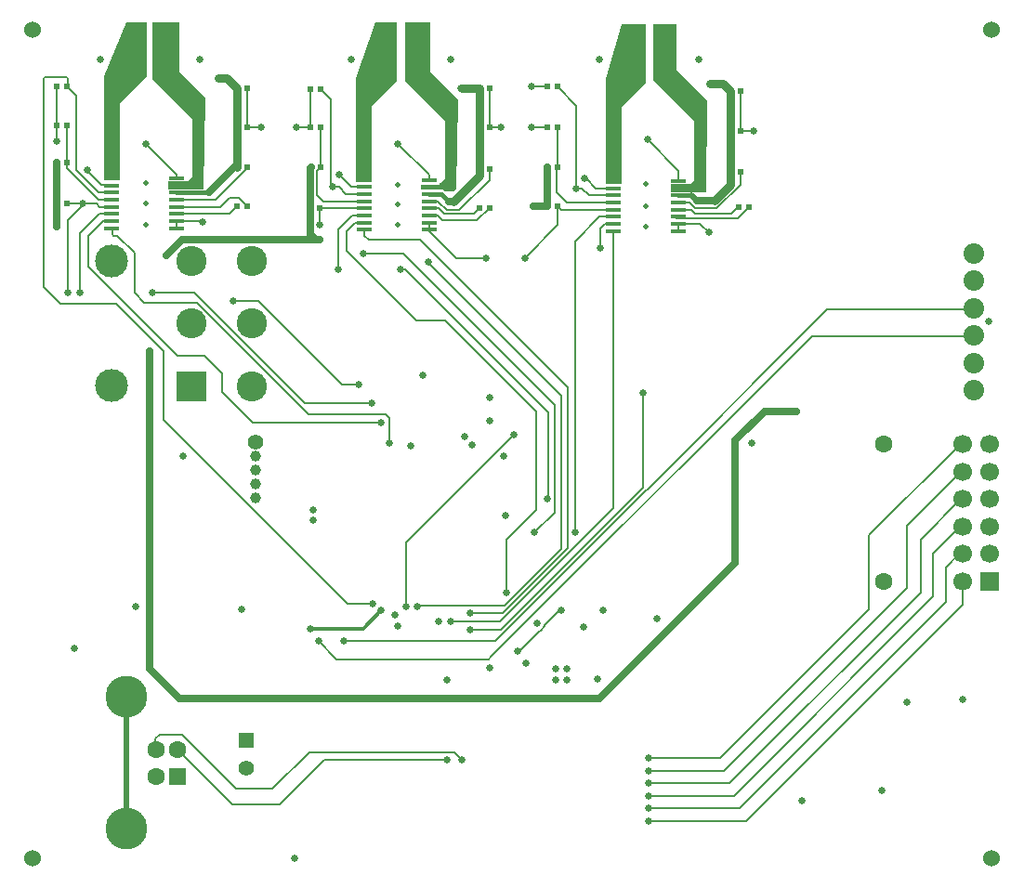
<source format=gbl>
G04*
G04 #@! TF.GenerationSoftware,Altium Limited,Altium Designer,18.1.7 (191)*
G04*
G04 Layer_Physical_Order=4*
G04 Layer_Color=16711680*
%FSLAX25Y25*%
%MOIN*%
G70*
G01*
G75*
%ADD15R,0.02441X0.02441*%
%ADD22R,0.02165X0.02165*%
%ADD66C,0.11811*%
%ADD67C,0.10827*%
%ADD68R,0.10827X0.10827*%
%ADD72C,0.00800*%
%ADD73C,0.02500*%
%ADD74C,0.01200*%
%ADD75C,0.02000*%
%ADD77R,0.06693X0.06693*%
%ADD78C,0.06693*%
%ADD79C,0.06299*%
%ADD80R,0.05512X0.05512*%
%ADD81C,0.05512*%
%ADD82C,0.02657*%
%ADD83C,0.07382*%
%ADD84C,0.02598*%
%ADD85C,0.06319*%
%ADD86C,0.03937*%
%ADD87C,0.14961*%
%ADD88R,0.06299X0.06299*%
%ADD89C,0.02000*%
%ADD90C,0.06000*%
%ADD91C,0.02500*%
%ADD92R,0.05550X0.01400*%
%ADD93C,0.03000*%
%ADD94C,0.01500*%
G36*
X267000Y449720D02*
X257150Y439870D01*
Y412346D01*
X254912D01*
X254714Y412846D01*
X254808Y413074D01*
X254681Y413381D01*
X254375Y413508D01*
X252694D01*
X252387Y413381D01*
X252260Y413074D01*
X252355Y412846D01*
X252156Y412346D01*
X251500D01*
Y449846D01*
X259500Y469000D01*
X267000D01*
Y449720D01*
D02*
G37*
G36*
X278500Y451394D02*
X288015Y441879D01*
X287849Y441714D01*
X287343Y409164D01*
X274699D01*
Y410023D01*
Y412108D01*
X281749D01*
X283142Y413500D01*
Y434516D01*
X269000Y448657D01*
X269000Y469000D01*
X278500Y469000D01*
X278500Y451394D01*
D02*
G37*
G36*
X356500Y447874D02*
X347650Y439024D01*
Y411716D01*
X342000D01*
Y449000D01*
X349000Y469000D01*
X356500D01*
Y447874D01*
D02*
G37*
G36*
X368500Y451437D02*
X378665Y441272D01*
X378500Y441106D01*
X378008Y409510D01*
X377054Y408557D01*
X373864D01*
X373703Y408718D01*
X373124Y409105D01*
X372441Y409241D01*
X368125D01*
X367701Y409157D01*
X365350D01*
Y409415D01*
Y410875D01*
X371900D01*
Y411500D01*
X372400D01*
X373792Y412892D01*
Y433908D01*
X359500Y448200D01*
X359500Y469000D01*
X368500Y469000D01*
X368500Y451437D01*
D02*
G37*
G36*
X446000Y447459D02*
X437150Y438609D01*
Y411085D01*
X431500D01*
Y448585D01*
X437150Y468500D01*
X446000D01*
Y447459D01*
D02*
G37*
G36*
X457000Y452021D02*
X468165Y440856D01*
X468000Y440691D01*
X467493Y408141D01*
X454850D01*
Y409000D01*
Y411085D01*
X461900D01*
X463292Y412477D01*
Y433492D01*
X448500Y448284D01*
X448500Y468500D01*
X457000Y468500D01*
X457000Y452021D01*
D02*
G37*
D15*
X299189Y403000D02*
D03*
X302811D02*
D03*
Y431500D02*
D03*
X299189D02*
D03*
X479811Y415417D02*
D03*
X476189D02*
D03*
X479811Y430000D02*
D03*
X476189D02*
D03*
X389811Y445500D02*
D03*
X386189D02*
D03*
X479811Y444500D02*
D03*
X476189D02*
D03*
X302811Y445500D02*
D03*
X299189D02*
D03*
X302811Y417000D02*
D03*
X299189D02*
D03*
X482811Y402839D02*
D03*
X479189D02*
D03*
X386189Y431500D02*
D03*
X389811D02*
D03*
X386189Y402500D02*
D03*
X389811D02*
D03*
X386189Y416500D02*
D03*
X389811D02*
D03*
D22*
X234728Y446118D02*
D03*
X238272D02*
D03*
X414173Y446000D02*
D03*
X410629D02*
D03*
X410586Y416941D02*
D03*
X414129D02*
D03*
X410586Y431441D02*
D03*
X414129D02*
D03*
X414272Y403000D02*
D03*
X410728D02*
D03*
X329272Y445000D02*
D03*
X325728D02*
D03*
X325768Y416957D02*
D03*
X329311D02*
D03*
X329090Y431457D02*
D03*
X325547D02*
D03*
X325457Y402500D02*
D03*
X329000D02*
D03*
X234728Y432000D02*
D03*
X238272D02*
D03*
X234729Y404043D02*
D03*
X238272D02*
D03*
X234729Y418618D02*
D03*
X238272D02*
D03*
D66*
X254224Y338579D02*
D03*
Y383421D02*
D03*
D67*
X304618D02*
D03*
Y360980D02*
D03*
Y338539D02*
D03*
X282965Y383421D02*
D03*
Y360980D02*
D03*
D68*
Y338539D02*
D03*
D72*
X363500Y362000D02*
X374000D01*
X338500Y387000D02*
X363500Y362000D01*
X338500Y387000D02*
Y394000D01*
X358000Y380500D02*
X359500D01*
X329000Y396500D02*
Y402500D01*
X344500Y386000D02*
X359000D01*
X329000Y402500D02*
X344875D01*
X359000Y386000D02*
X413150Y331850D01*
X365000Y391000D02*
X418000Y338000D01*
X346500Y391000D02*
X365000D01*
X345000Y392500D02*
X346500Y391000D01*
X367500Y383000D02*
X415500Y335000D01*
X364000Y259900D02*
X364450Y259450D01*
X367500Y383000D02*
X368000D01*
X345000Y392500D02*
Y394500D01*
X406000Y286000D02*
X413150Y293150D01*
Y331850D01*
X511000Y366000D02*
X563000D01*
X446420Y301420D02*
X511000Y366000D01*
X446400Y301420D02*
X446420D01*
X563000Y366000D02*
X563500Y366500D01*
X391980Y247000D02*
X446400Y301420D01*
X337500Y247000D02*
X391980D01*
X505500Y356500D02*
X563000D01*
X390000Y241000D02*
X505500Y356500D01*
X389500Y240500D02*
X390000Y241000D01*
X335000Y240500D02*
X389500D01*
X409650Y252650D02*
X415000Y258000D01*
X409650Y252402D02*
Y252650D01*
X408098Y250850D02*
X409650Y252402D01*
X407850Y250850D02*
X408098D01*
X400500Y243500D02*
X407850Y250850D01*
X328500Y247000D02*
X335000Y240500D01*
X394000Y251000D02*
X445000Y302000D01*
X383000Y251000D02*
X394000D01*
X393500Y254000D02*
X434375Y294875D01*
X376000Y254000D02*
X393500D01*
X394500Y257000D02*
X417850Y280350D01*
X383000Y257000D02*
X394500D01*
X395150Y259650D02*
X415500Y280000D01*
X364650Y259650D02*
X395150D01*
X364450Y259450D02*
X364650Y259650D01*
X400000Y243500D02*
X400500D01*
X553500Y273500D02*
X559000Y279000D01*
Y288500D02*
X559500D01*
X339000Y260500D02*
X348000D01*
X273000Y326500D02*
X339000Y260500D01*
X273000Y326500D02*
Y351000D01*
X230000Y449000D02*
X230500Y449500D01*
X230000Y374000D02*
Y449000D01*
X238500Y446000D02*
Y449000D01*
X238000Y449500D02*
X238500Y449000D01*
X230500Y449500D02*
X238000D01*
X230000Y374000D02*
X236000Y368000D01*
X256000D01*
X273000Y351000D01*
X243000Y393280D02*
X250000Y400280D01*
X243000Y372000D02*
Y393280D01*
X250000Y400280D02*
X254375D01*
X278000Y349500D02*
X287500D01*
X246000Y381500D02*
X278000Y349500D01*
X246000Y381500D02*
Y392500D01*
X389811Y432143D02*
X390454Y431500D01*
X286810Y397721D02*
X287030Y397500D01*
X558500Y317500D02*
X559500D01*
X558500Y307500D02*
X560000D01*
X396000Y264500D02*
Y283500D01*
X364000Y259500D02*
Y259900D01*
X415500Y280000D02*
Y335000D01*
X417850Y280350D02*
Y287098D01*
X418000Y287248D02*
Y338000D01*
X417850Y287098D02*
X418000Y287248D01*
X396000Y283500D02*
X406500Y294000D01*
Y329500D01*
X374000Y362000D02*
X406500Y329500D01*
X420500Y286000D02*
Y390500D01*
X434375Y294875D02*
Y394162D01*
X411000Y298500D02*
Y329000D01*
X410500Y298000D02*
X411000Y298500D01*
X414401Y396401D02*
Y403000D01*
X359500Y380500D02*
X411000Y329000D01*
X338500Y394000D02*
X341721Y397220D01*
X344875D01*
X465361Y396721D02*
X468500Y393581D01*
X457625Y396721D02*
X465361D01*
X445000Y302000D02*
Y336000D01*
X360000Y282500D02*
X398500Y321000D01*
X238272Y404043D02*
X244138D01*
X354000Y318000D02*
Y327000D01*
X305000Y325500D02*
X351000D01*
X352500Y328500D02*
X354000Y327000D01*
X357000Y425500D02*
X368125Y414375D01*
Y412574D02*
Y414375D01*
X277500Y413500D02*
X277551Y413449D01*
X277500Y413500D02*
Y414500D01*
X266500Y425500D02*
X277500Y414500D01*
X457625Y412075D02*
Y415875D01*
X446500Y427000D02*
X457625Y415875D01*
X266000Y368500D02*
X285000D01*
X262500Y372000D02*
X266000Y368500D01*
X262500Y372000D02*
Y378500D01*
X262530Y378530D01*
X284000Y372000D02*
X323500Y332500D01*
X269000Y372000D02*
X284000D01*
X285000Y368500D02*
X325000Y328500D01*
X352500D01*
X549000Y278500D02*
X559000Y288500D01*
X549000Y263000D02*
Y278500D01*
X544500Y283500D02*
X559000Y298000D01*
X544500Y264500D02*
Y283500D01*
X539500Y288500D02*
X558500Y307500D01*
X539500Y266000D02*
Y288500D01*
X526000Y285000D02*
X558500Y317500D01*
X526000Y258500D02*
Y285000D01*
X472500Y205000D02*
X526000Y258500D01*
X474000Y200500D02*
X539500Y266000D01*
X559500Y260000D02*
Y268000D01*
X482000Y182500D02*
X559500Y260000D01*
X476000Y196000D02*
X544500Y264500D01*
X477500Y191500D02*
X549000Y263000D01*
X553500Y261000D02*
Y273500D01*
X479500Y187000D02*
X553500Y261000D01*
X447000Y205000D02*
X472500D01*
X447000Y200500D02*
X474000D01*
X447000Y196000D02*
X476000D01*
X447000Y191500D02*
X477500D01*
X447000Y187000D02*
X479500D01*
X447000Y182500D02*
X482000D01*
X278000Y208000D02*
Y208500D01*
X270000Y208000D02*
Y212000D01*
X330500Y204500D02*
X374500D01*
X314500Y188500D02*
X330500Y204500D01*
X297500Y188500D02*
X314500D01*
X278000Y208000D02*
X297500Y188500D01*
X312000Y194000D02*
X325150Y207150D01*
X299000Y194000D02*
X312000D01*
X279500Y213500D02*
X299000Y194000D01*
X271500Y213500D02*
X279500D01*
X270000Y212000D02*
X271500Y213500D01*
X360000Y259500D02*
Y282500D01*
X420510Y390490D02*
X429300Y399279D01*
X278500Y405500D02*
X291544D01*
X302811Y416767D01*
X402500Y384500D02*
X414401Y396401D01*
X429500Y388000D02*
Y394913D01*
X294000Y336500D02*
X305000Y325500D01*
X307000Y369000D02*
X337000Y339000D01*
X298000Y369000D02*
X307000D01*
X238500Y398000D02*
X244000Y403500D01*
X238500Y372000D02*
Y398000D01*
X248838Y404000D02*
X250000Y402839D01*
X244095Y404000D02*
X248838D01*
X244095D02*
X244138Y404043D01*
X245500Y415889D02*
Y416000D01*
X249500Y408000D02*
X253416D01*
X241500Y416000D02*
X249500Y408000D01*
X241500Y416000D02*
Y442890D01*
X414000Y408000D02*
Y417000D01*
X417500Y404500D02*
X432843D01*
X414000Y408000D02*
X417500Y404500D01*
X432843D02*
X432875Y404468D01*
X425543Y406956D02*
X434375D01*
X423000Y409500D02*
X425543Y406956D01*
X421000Y409500D02*
X423000D01*
X421000D02*
Y439173D01*
X414129Y416941D02*
Y431441D01*
X414500Y403000D02*
X415661Y401838D01*
X368000Y394500D02*
X378000Y384500D01*
X388500D01*
X414173Y446000D02*
X421000Y439173D01*
X479811Y430000D02*
X484500D01*
X405000Y431500D02*
X410527D01*
X404487D02*
X405000D01*
X410527D02*
X410586Y431441D01*
X405500Y446000D02*
X410629D01*
X390454Y431500D02*
X394000D01*
X335500Y380500D02*
Y394661D01*
X302811Y416767D02*
Y417000D01*
X287000Y397500D02*
X287030D01*
X320500Y431500D02*
X325500D01*
X415000Y258000D02*
X415500D01*
X377350Y207150D02*
X380000Y204500D01*
X325150Y207150D02*
X377350D01*
X244000Y403500D02*
Y404000D01*
X244095D01*
X234500Y427000D02*
X234728Y427228D01*
Y432000D01*
X337000Y339000D02*
X343000D01*
X306000Y298500D02*
X306500Y298000D01*
X385403Y398000D02*
X389811Y402408D01*
X373000Y398000D02*
X385403D01*
X384087Y400398D02*
X386189Y402500D01*
X373500Y400398D02*
X384087D01*
X379074Y401598D02*
X389811Y412335D01*
X374705Y401598D02*
X379074D01*
X371406Y404897D02*
X374705Y401598D01*
X344900Y394661D02*
X345000Y394562D01*
X287500Y349500D02*
X294000Y343000D01*
Y336500D02*
Y343000D01*
X262530Y378530D02*
Y386362D01*
X254500Y393000D02*
Y395000D01*
Y393000D02*
X255000Y392500D01*
X256391D01*
X262530Y386362D01*
X251400Y397721D02*
X254375D01*
X246000Y392500D02*
X251500Y398000D01*
X302811Y431500D02*
X308000D01*
X250000Y402839D02*
X254375D01*
X429500Y394913D02*
X431308Y396721D01*
X434375D01*
X415661Y401838D02*
X432875D01*
X429300Y399279D02*
X432875D01*
X335500Y394661D02*
X340618Y399780D01*
X344875D01*
X335999Y409915D02*
X338415Y407500D01*
X333500Y409915D02*
X335999D01*
X333000Y410416D02*
X333500Y409915D01*
X336100Y414231D02*
X340316Y410015D01*
X328000Y415646D02*
X329311Y416957D01*
X328000Y407167D02*
Y415646D01*
Y407167D02*
X330270Y404897D01*
X329400Y422289D02*
Y431457D01*
X344875Y407456D02*
X347064D01*
X330270Y404897D02*
X344875D01*
X298400Y417000D02*
X299189D01*
X299903Y406000D02*
X302811Y403092D01*
X277625Y402839D02*
X293339D01*
X296500Y406000D02*
X299903D01*
X293339Y402839D02*
X296500Y406000D01*
X457625Y394162D02*
Y396721D01*
X277625Y397721D02*
X286810D01*
X277625Y395162D02*
Y397721D01*
X252694Y413074D02*
X254375D01*
X245500Y415889D02*
X250594Y410795D01*
X389811Y432143D02*
Y445500D01*
Y431500D02*
Y432143D01*
X479811Y410896D02*
Y414500D01*
X471215Y402300D02*
X479811Y410896D01*
X461566Y404397D02*
X463664Y402300D01*
X457625Y404397D02*
X461566D01*
X463664Y402300D02*
X471215D01*
X456946Y398679D02*
X478885D01*
X482811Y402605D01*
Y402839D01*
X476572Y400380D02*
X479032Y402839D01*
X463604Y400380D02*
X476572D01*
X462146Y401838D02*
X463604Y400380D01*
X456125Y399500D02*
X456946Y398679D01*
X414129Y416905D02*
Y416941D01*
X340316Y410015D02*
X344875D01*
X333000Y410416D02*
Y441272D01*
X479811Y444500D02*
Y444733D01*
Y430000D02*
Y444500D01*
X424434Y412934D02*
X427852Y409515D01*
X434375D01*
X368125Y394661D02*
Y397220D01*
X325547Y431457D02*
X325728Y431638D01*
Y445000D01*
X302811Y431500D02*
Y445500D01*
X234728Y446118D02*
X234728Y446118D01*
Y432000D02*
Y446118D01*
X479032Y402839D02*
X479189D01*
X457625Y401838D02*
X462146D01*
X456125D02*
X457625D01*
X456125Y404397D02*
X457625D01*
X371220Y399780D02*
X373000Y398000D01*
X368125Y399780D02*
X371220D01*
X371559Y402339D02*
X373500Y400398D01*
X368125Y402339D02*
X371559D01*
X368125Y404897D02*
X371406D01*
X368061D02*
X368125D01*
X344211Y407456D02*
X344875D01*
X344167Y407500D02*
X344211Y407456D01*
X338415Y407500D02*
X344167D01*
X323500Y332500D02*
X347500D01*
X253513Y410516D02*
X254375D01*
X253234Y410795D02*
X253513Y410516D01*
X250594Y410795D02*
X253234D01*
X249649Y405398D02*
X254375D01*
X238272Y416775D02*
X249649Y405398D01*
X238272Y416775D02*
Y418618D01*
X389811Y412335D02*
Y416500D01*
Y402408D02*
Y402500D01*
X302811Y403000D02*
Y403092D01*
X296469Y400280D02*
X299189Y403000D01*
X277625Y400280D02*
X296469D01*
X329272Y445000D02*
X333000Y441272D01*
X238272Y446118D02*
X241500Y442890D01*
X329311Y416957D02*
Y422200D01*
X329400Y422289D01*
X329090Y431457D02*
X329400D01*
X238272Y418618D02*
X238272Y418618D01*
X238272Y418618D02*
Y432000D01*
D73*
X327500Y391000D02*
X329000D01*
X410500Y417000D02*
X410728Y416772D01*
X234729Y396057D02*
Y418618D01*
X405424Y403000D02*
X410728D01*
Y416772D01*
X273500Y231500D02*
X278728Y226272D01*
X429272D01*
X478000Y275000D01*
Y319000D01*
X488500Y329500D01*
X500000D01*
X268000Y237000D02*
Y351000D01*
Y237000D02*
X273500Y231500D01*
X274000Y385500D02*
X279500Y391000D01*
X325457Y393043D02*
X327500Y391000D01*
X279500D02*
X327500D01*
X234433Y395761D02*
X234729Y396057D01*
X464105Y405000D02*
X470424D01*
X289356Y407957D02*
X298400Y417000D01*
X375126Y404772D02*
X376874D01*
X325457Y393043D02*
Y402500D01*
Y416645D02*
X325768Y416957D01*
X325457Y402500D02*
Y416645D01*
D74*
X325500Y251500D02*
X344500D01*
X351000Y258000D01*
D75*
X259500Y179598D02*
Y227000D01*
X462148Y406956D02*
X464105Y405000D01*
D77*
X569343Y268472D02*
D03*
D78*
Y278315D02*
D03*
Y288158D02*
D03*
Y298000D02*
D03*
Y307842D02*
D03*
Y317685D02*
D03*
X559500Y268472D02*
D03*
Y278315D02*
D03*
Y288158D02*
D03*
Y298000D02*
D03*
Y307842D02*
D03*
Y317685D02*
D03*
D79*
X531232Y268472D02*
D03*
Y317685D02*
D03*
X270169Y208220D02*
D03*
Y198378D02*
D03*
X278043Y208220D02*
D03*
D80*
X302500Y211342D02*
D03*
D81*
Y201500D02*
D03*
X306000Y318500D02*
D03*
D82*
X568776Y361606D02*
D03*
D83*
X563500Y386213D02*
D03*
Y376370D02*
D03*
Y366528D02*
D03*
Y356685D02*
D03*
Y346843D02*
D03*
Y337000D02*
D03*
D84*
X429378Y455784D02*
D03*
X464811D02*
D03*
X340378D02*
D03*
X375811D02*
D03*
X250378D02*
D03*
X285811D02*
D03*
X413468Y237233D02*
D03*
X417618D02*
D03*
Y233060D02*
D03*
X413468D02*
D03*
D85*
X441189Y463500D02*
D03*
X453000D02*
D03*
X352189D02*
D03*
X364000D02*
D03*
X262189D02*
D03*
X274000D02*
D03*
D86*
X306000Y298500D02*
D03*
Y303500D02*
D03*
Y308500D02*
D03*
Y313500D02*
D03*
D87*
X259500Y227000D02*
D03*
Y179598D02*
D03*
D88*
X278043Y198378D02*
D03*
D89*
X266500Y404220D02*
D03*
X446000Y395661D02*
D03*
Y403118D02*
D03*
Y411000D02*
D03*
X357000Y396429D02*
D03*
Y403618D02*
D03*
X356974Y410766D02*
D03*
X266500Y396500D02*
D03*
Y411500D02*
D03*
D90*
X569791Y169000D02*
D03*
Y466500D02*
D03*
X226000Y169000D02*
D03*
Y466500D02*
D03*
D91*
X329000Y396500D02*
D03*
X344500Y386000D02*
D03*
X368000Y383000D02*
D03*
X329000Y391000D02*
D03*
X406000Y286000D02*
D03*
X407000Y253500D02*
D03*
X390000Y237500D02*
D03*
X400000Y243500D02*
D03*
X328500Y247000D02*
D03*
X337500D02*
D03*
X348000Y260500D02*
D03*
X351000Y258000D02*
D03*
X325500Y251500D02*
D03*
X326500Y290500D02*
D03*
Y294000D02*
D03*
X280000Y313500D02*
D03*
X396000Y264500D02*
D03*
X376000Y254000D02*
D03*
X383000Y251000D02*
D03*
X371500Y254000D02*
D03*
X364000Y259500D02*
D03*
X383000Y257000D02*
D03*
X357000Y252500D02*
D03*
X420500Y286000D02*
D03*
X395500Y292000D02*
D03*
X410500Y298000D02*
D03*
X445000Y336000D02*
D03*
X395000Y313500D02*
D03*
X354000Y318000D02*
D03*
X351000Y325500D02*
D03*
X383500Y317500D02*
D03*
X357000Y425500D02*
D03*
X266500D02*
D03*
X446500Y427000D02*
D03*
X269000Y372000D02*
D03*
X390000Y326000D02*
D03*
X447000Y205000D02*
D03*
Y200500D02*
D03*
Y196000D02*
D03*
Y191500D02*
D03*
Y187000D02*
D03*
Y182500D02*
D03*
X366000Y342500D02*
D03*
X402500Y384500D02*
D03*
X429500Y388000D02*
D03*
X238500Y372000D02*
D03*
X245500Y416000D02*
D03*
X421000Y409500D02*
D03*
X388500Y384500D02*
D03*
X405424Y403000D02*
D03*
X500000Y329500D02*
D03*
X424000Y413000D02*
D03*
X390000Y334500D02*
D03*
X484500Y430000D02*
D03*
X405000Y431500D02*
D03*
Y446000D02*
D03*
X394000Y431500D02*
D03*
X398500Y321000D02*
D03*
X381000Y320500D02*
D03*
X335500Y380500D02*
D03*
X358000D02*
D03*
X308000Y431500D02*
D03*
X287000Y397500D02*
D03*
X320500Y431500D02*
D03*
X336000Y414500D02*
D03*
X374500Y233000D02*
D03*
X320000Y169000D02*
D03*
X450000Y255000D02*
D03*
X428500Y233500D02*
D03*
X430500Y258000D02*
D03*
X423500Y252000D02*
D03*
X380000Y204500D02*
D03*
X268000Y351000D02*
D03*
X301000Y258500D02*
D03*
X263000Y259500D02*
D03*
X356000Y256500D02*
D03*
X244000Y404000D02*
D03*
X234500Y426500D02*
D03*
X360000Y259500D02*
D03*
X415500Y258000D02*
D03*
X343000Y339000D02*
D03*
X361500Y317000D02*
D03*
X484000Y318000D02*
D03*
X403000Y239000D02*
D03*
X241000Y244500D02*
D03*
X243000Y372000D02*
D03*
X274000Y385500D02*
D03*
X273500Y231500D02*
D03*
X539500Y225000D02*
D03*
X559500Y226000D02*
D03*
X374500Y204500D02*
D03*
X298000Y369000D02*
D03*
X234433Y395761D02*
D03*
X333500Y409915D02*
D03*
X469000Y447083D02*
D03*
X379500Y445500D02*
D03*
X530500Y193311D02*
D03*
X502000Y189823D02*
D03*
X468500Y393581D02*
D03*
X347500Y332500D02*
D03*
X292500Y449000D02*
D03*
D92*
X254375Y395162D02*
D03*
Y397721D02*
D03*
Y400280D02*
D03*
Y402839D02*
D03*
Y405398D02*
D03*
Y407957D02*
D03*
Y410515D02*
D03*
Y413074D02*
D03*
X277625D02*
D03*
Y410515D02*
D03*
Y407957D02*
D03*
Y405398D02*
D03*
Y402839D02*
D03*
Y400280D02*
D03*
Y397721D02*
D03*
Y395162D02*
D03*
X344875Y394661D02*
D03*
Y397220D02*
D03*
Y399780D02*
D03*
Y402339D02*
D03*
Y404897D02*
D03*
Y407456D02*
D03*
Y410015D02*
D03*
Y412574D02*
D03*
X368125D02*
D03*
Y410015D02*
D03*
Y407456D02*
D03*
Y404897D02*
D03*
Y402339D02*
D03*
Y399780D02*
D03*
Y397220D02*
D03*
Y394661D02*
D03*
X434375Y394162D02*
D03*
Y396721D02*
D03*
Y399279D02*
D03*
Y401838D02*
D03*
Y404397D02*
D03*
Y406956D02*
D03*
Y409515D02*
D03*
Y412075D02*
D03*
X457625D02*
D03*
Y409515D02*
D03*
Y406956D02*
D03*
Y404397D02*
D03*
Y401838D02*
D03*
Y399279D02*
D03*
Y396721D02*
D03*
Y394162D02*
D03*
D93*
X380000Y445500D02*
X386189D01*
X476189Y410766D02*
Y415417D01*
X470424Y405000D02*
X476189Y410766D01*
X473606Y447083D02*
X476189Y444500D01*
X469000Y447083D02*
X473606D01*
X295689Y449000D02*
X299189Y445500D01*
X292500Y449000D02*
X295689D01*
X376874Y404772D02*
X386189Y414087D01*
X476189Y430000D02*
Y444000D01*
Y415417D02*
Y430000D01*
X386189Y431500D02*
Y445500D01*
Y416500D02*
Y431500D01*
Y414087D02*
Y416500D01*
X299189Y431500D02*
Y445500D01*
Y417000D02*
Y431500D01*
D94*
X457625Y406956D02*
X462148D01*
X277625Y407957D02*
X289356D01*
X372441Y407456D02*
X375126Y404772D01*
X368125Y407456D02*
X372441D01*
M02*

</source>
